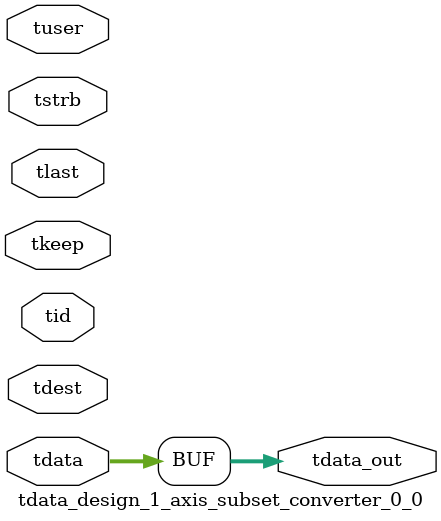
<source format=v>


`timescale 1ps/1ps

module tdata_design_1_axis_subset_converter_0_0 #
(
parameter C_S_AXIS_TDATA_WIDTH = 32,
parameter C_S_AXIS_TUSER_WIDTH = 0,
parameter C_S_AXIS_TID_WIDTH   = 0,
parameter C_S_AXIS_TDEST_WIDTH = 0,
parameter C_M_AXIS_TDATA_WIDTH = 32
)
(
input  [(C_S_AXIS_TDATA_WIDTH == 0 ? 1 : C_S_AXIS_TDATA_WIDTH)-1:0     ] tdata,
input  [(C_S_AXIS_TUSER_WIDTH == 0 ? 1 : C_S_AXIS_TUSER_WIDTH)-1:0     ] tuser,
input  [(C_S_AXIS_TID_WIDTH   == 0 ? 1 : C_S_AXIS_TID_WIDTH)-1:0       ] tid,
input  [(C_S_AXIS_TDEST_WIDTH == 0 ? 1 : C_S_AXIS_TDEST_WIDTH)-1:0     ] tdest,
input  [(C_S_AXIS_TDATA_WIDTH/8)-1:0 ] tkeep,
input  [(C_S_AXIS_TDATA_WIDTH/8)-1:0 ] tstrb,
input                                                                    tlast,
output [C_M_AXIS_TDATA_WIDTH-1:0] tdata_out
);

assign tdata_out = {tdata[31:0]};

endmodule


</source>
